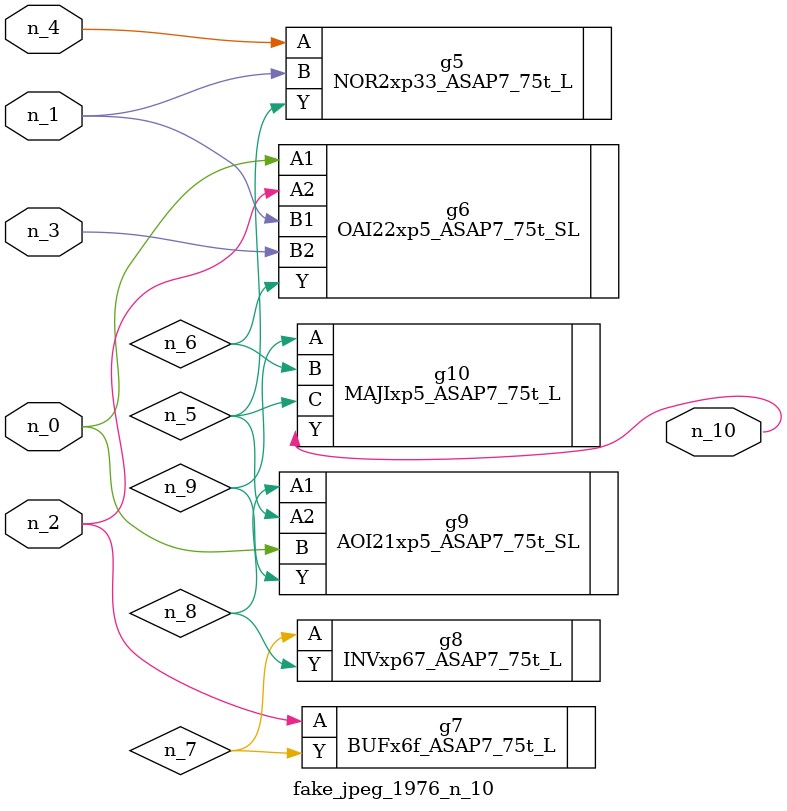
<source format=v>
module fake_jpeg_1976_n_10 (n_3, n_2, n_1, n_0, n_4, n_10);

input n_3;
input n_2;
input n_1;
input n_0;
input n_4;

output n_10;

wire n_8;
wire n_9;
wire n_6;
wire n_5;
wire n_7;

NOR2xp33_ASAP7_75t_L g5 ( 
.A(n_4),
.B(n_1),
.Y(n_5)
);

OAI22xp5_ASAP7_75t_SL g6 ( 
.A1(n_0),
.A2(n_2),
.B1(n_1),
.B2(n_3),
.Y(n_6)
);

BUFx6f_ASAP7_75t_L g7 ( 
.A(n_2),
.Y(n_7)
);

INVxp67_ASAP7_75t_L g8 ( 
.A(n_7),
.Y(n_8)
);

AOI21xp5_ASAP7_75t_SL g9 ( 
.A1(n_8),
.A2(n_5),
.B(n_0),
.Y(n_9)
);

MAJIxp5_ASAP7_75t_L g10 ( 
.A(n_9),
.B(n_6),
.C(n_5),
.Y(n_10)
);


endmodule
</source>
